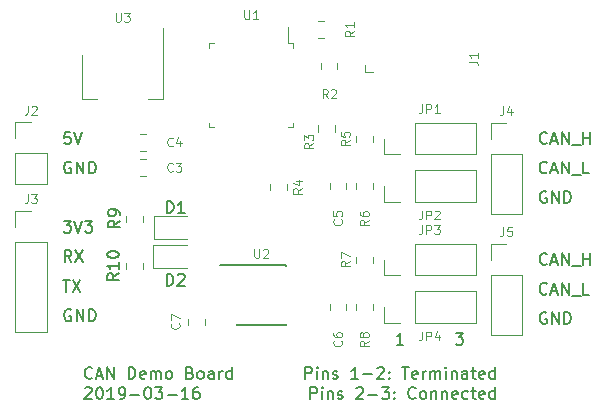
<source format=gto>
G04 #@! TF.GenerationSoftware,KiCad,Pcbnew,5.0.1+dfsg1-3*
G04 #@! TF.CreationDate,2019-03-17T20:51:19-04:00*
G04 #@! TF.ProjectId,controller,636F6E74726F6C6C65722E6B69636164,rev?*
G04 #@! TF.SameCoordinates,Original*
G04 #@! TF.FileFunction,Legend,Top*
G04 #@! TF.FilePolarity,Positive*
%FSLAX46Y46*%
G04 Gerber Fmt 4.6, Leading zero omitted, Abs format (unit mm)*
G04 Created by KiCad (PCBNEW 5.0.1+dfsg1-3) date Sun 17 Mar 2019 08:51:19 PM EDT*
%MOMM*%
%LPD*%
G01*
G04 APERTURE LIST*
%ADD10C,0.200000*%
%ADD11C,0.120000*%
%ADD12C,0.150000*%
%ADD13C,0.100000*%
G04 APERTURE END LIST*
D10*
X93439523Y-121507142D02*
X93391904Y-121554761D01*
X93249047Y-121602380D01*
X93153809Y-121602380D01*
X93010952Y-121554761D01*
X92915714Y-121459523D01*
X92868095Y-121364285D01*
X92820476Y-121173809D01*
X92820476Y-121030952D01*
X92868095Y-120840476D01*
X92915714Y-120745238D01*
X93010952Y-120650000D01*
X93153809Y-120602380D01*
X93249047Y-120602380D01*
X93391904Y-120650000D01*
X93439523Y-120697619D01*
X93820476Y-121316666D02*
X94296666Y-121316666D01*
X93725238Y-121602380D02*
X94058571Y-120602380D01*
X94391904Y-121602380D01*
X94725238Y-121602380D02*
X94725238Y-120602380D01*
X95296666Y-121602380D01*
X95296666Y-120602380D01*
X96534761Y-121602380D02*
X96534761Y-120602380D01*
X96772857Y-120602380D01*
X96915714Y-120650000D01*
X97010952Y-120745238D01*
X97058571Y-120840476D01*
X97106190Y-121030952D01*
X97106190Y-121173809D01*
X97058571Y-121364285D01*
X97010952Y-121459523D01*
X96915714Y-121554761D01*
X96772857Y-121602380D01*
X96534761Y-121602380D01*
X97915714Y-121554761D02*
X97820476Y-121602380D01*
X97630000Y-121602380D01*
X97534761Y-121554761D01*
X97487142Y-121459523D01*
X97487142Y-121078571D01*
X97534761Y-120983333D01*
X97630000Y-120935714D01*
X97820476Y-120935714D01*
X97915714Y-120983333D01*
X97963333Y-121078571D01*
X97963333Y-121173809D01*
X97487142Y-121269047D01*
X98391904Y-121602380D02*
X98391904Y-120935714D01*
X98391904Y-121030952D02*
X98439523Y-120983333D01*
X98534761Y-120935714D01*
X98677619Y-120935714D01*
X98772857Y-120983333D01*
X98820476Y-121078571D01*
X98820476Y-121602380D01*
X98820476Y-121078571D02*
X98868095Y-120983333D01*
X98963333Y-120935714D01*
X99106190Y-120935714D01*
X99201428Y-120983333D01*
X99249047Y-121078571D01*
X99249047Y-121602380D01*
X99868095Y-121602380D02*
X99772857Y-121554761D01*
X99725238Y-121507142D01*
X99677619Y-121411904D01*
X99677619Y-121126190D01*
X99725238Y-121030952D01*
X99772857Y-120983333D01*
X99868095Y-120935714D01*
X100010952Y-120935714D01*
X100106190Y-120983333D01*
X100153809Y-121030952D01*
X100201428Y-121126190D01*
X100201428Y-121411904D01*
X100153809Y-121507142D01*
X100106190Y-121554761D01*
X100010952Y-121602380D01*
X99868095Y-121602380D01*
X101725238Y-121078571D02*
X101868095Y-121126190D01*
X101915714Y-121173809D01*
X101963333Y-121269047D01*
X101963333Y-121411904D01*
X101915714Y-121507142D01*
X101868095Y-121554761D01*
X101772857Y-121602380D01*
X101391904Y-121602380D01*
X101391904Y-120602380D01*
X101725238Y-120602380D01*
X101820476Y-120650000D01*
X101868095Y-120697619D01*
X101915714Y-120792857D01*
X101915714Y-120888095D01*
X101868095Y-120983333D01*
X101820476Y-121030952D01*
X101725238Y-121078571D01*
X101391904Y-121078571D01*
X102534761Y-121602380D02*
X102439523Y-121554761D01*
X102391904Y-121507142D01*
X102344285Y-121411904D01*
X102344285Y-121126190D01*
X102391904Y-121030952D01*
X102439523Y-120983333D01*
X102534761Y-120935714D01*
X102677619Y-120935714D01*
X102772857Y-120983333D01*
X102820476Y-121030952D01*
X102868095Y-121126190D01*
X102868095Y-121411904D01*
X102820476Y-121507142D01*
X102772857Y-121554761D01*
X102677619Y-121602380D01*
X102534761Y-121602380D01*
X103725238Y-121602380D02*
X103725238Y-121078571D01*
X103677619Y-120983333D01*
X103582380Y-120935714D01*
X103391904Y-120935714D01*
X103296666Y-120983333D01*
X103725238Y-121554761D02*
X103630000Y-121602380D01*
X103391904Y-121602380D01*
X103296666Y-121554761D01*
X103249047Y-121459523D01*
X103249047Y-121364285D01*
X103296666Y-121269047D01*
X103391904Y-121221428D01*
X103630000Y-121221428D01*
X103725238Y-121173809D01*
X104201428Y-121602380D02*
X104201428Y-120935714D01*
X104201428Y-121126190D02*
X104249047Y-121030952D01*
X104296666Y-120983333D01*
X104391904Y-120935714D01*
X104487142Y-120935714D01*
X105249047Y-121602380D02*
X105249047Y-120602380D01*
X105249047Y-121554761D02*
X105153809Y-121602380D01*
X104963333Y-121602380D01*
X104868095Y-121554761D01*
X104820476Y-121507142D01*
X104772857Y-121411904D01*
X104772857Y-121126190D01*
X104820476Y-121030952D01*
X104868095Y-120983333D01*
X104963333Y-120935714D01*
X105153809Y-120935714D01*
X105249047Y-120983333D01*
X92820476Y-122397619D02*
X92868095Y-122350000D01*
X92963333Y-122302380D01*
X93201428Y-122302380D01*
X93296666Y-122350000D01*
X93344285Y-122397619D01*
X93391904Y-122492857D01*
X93391904Y-122588095D01*
X93344285Y-122730952D01*
X92772857Y-123302380D01*
X93391904Y-123302380D01*
X94010952Y-122302380D02*
X94106190Y-122302380D01*
X94201428Y-122350000D01*
X94249047Y-122397619D01*
X94296666Y-122492857D01*
X94344285Y-122683333D01*
X94344285Y-122921428D01*
X94296666Y-123111904D01*
X94249047Y-123207142D01*
X94201428Y-123254761D01*
X94106190Y-123302380D01*
X94010952Y-123302380D01*
X93915714Y-123254761D01*
X93868095Y-123207142D01*
X93820476Y-123111904D01*
X93772857Y-122921428D01*
X93772857Y-122683333D01*
X93820476Y-122492857D01*
X93868095Y-122397619D01*
X93915714Y-122350000D01*
X94010952Y-122302380D01*
X95296666Y-123302380D02*
X94725238Y-123302380D01*
X95010952Y-123302380D02*
X95010952Y-122302380D01*
X94915714Y-122445238D01*
X94820476Y-122540476D01*
X94725238Y-122588095D01*
X95772857Y-123302380D02*
X95963333Y-123302380D01*
X96058571Y-123254761D01*
X96106190Y-123207142D01*
X96201428Y-123064285D01*
X96249047Y-122873809D01*
X96249047Y-122492857D01*
X96201428Y-122397619D01*
X96153809Y-122350000D01*
X96058571Y-122302380D01*
X95868095Y-122302380D01*
X95772857Y-122350000D01*
X95725238Y-122397619D01*
X95677619Y-122492857D01*
X95677619Y-122730952D01*
X95725238Y-122826190D01*
X95772857Y-122873809D01*
X95868095Y-122921428D01*
X96058571Y-122921428D01*
X96153809Y-122873809D01*
X96201428Y-122826190D01*
X96249047Y-122730952D01*
X96677619Y-122921428D02*
X97439523Y-122921428D01*
X98106190Y-122302380D02*
X98201428Y-122302380D01*
X98296666Y-122350000D01*
X98344285Y-122397619D01*
X98391904Y-122492857D01*
X98439523Y-122683333D01*
X98439523Y-122921428D01*
X98391904Y-123111904D01*
X98344285Y-123207142D01*
X98296666Y-123254761D01*
X98201428Y-123302380D01*
X98106190Y-123302380D01*
X98010952Y-123254761D01*
X97963333Y-123207142D01*
X97915714Y-123111904D01*
X97868095Y-122921428D01*
X97868095Y-122683333D01*
X97915714Y-122492857D01*
X97963333Y-122397619D01*
X98010952Y-122350000D01*
X98106190Y-122302380D01*
X98772857Y-122302380D02*
X99391904Y-122302380D01*
X99058571Y-122683333D01*
X99201428Y-122683333D01*
X99296666Y-122730952D01*
X99344285Y-122778571D01*
X99391904Y-122873809D01*
X99391904Y-123111904D01*
X99344285Y-123207142D01*
X99296666Y-123254761D01*
X99201428Y-123302380D01*
X98915714Y-123302380D01*
X98820476Y-123254761D01*
X98772857Y-123207142D01*
X99820476Y-122921428D02*
X100582380Y-122921428D01*
X101582380Y-123302380D02*
X101010952Y-123302380D01*
X101296666Y-123302380D02*
X101296666Y-122302380D01*
X101201428Y-122445238D01*
X101106190Y-122540476D01*
X101010952Y-122588095D01*
X102439523Y-122302380D02*
X102249047Y-122302380D01*
X102153809Y-122350000D01*
X102106190Y-122397619D01*
X102010952Y-122540476D01*
X101963333Y-122730952D01*
X101963333Y-123111904D01*
X102010952Y-123207142D01*
X102058571Y-123254761D01*
X102153809Y-123302380D01*
X102344285Y-123302380D01*
X102439523Y-123254761D01*
X102487142Y-123207142D01*
X102534761Y-123111904D01*
X102534761Y-122873809D01*
X102487142Y-122778571D01*
X102439523Y-122730952D01*
X102344285Y-122683333D01*
X102153809Y-122683333D01*
X102058571Y-122730952D01*
X102010952Y-122778571D01*
X101963333Y-122873809D01*
X124216666Y-117702380D02*
X124835714Y-117702380D01*
X124502380Y-118083333D01*
X124645238Y-118083333D01*
X124740476Y-118130952D01*
X124788095Y-118178571D01*
X124835714Y-118273809D01*
X124835714Y-118511904D01*
X124788095Y-118607142D01*
X124740476Y-118654761D01*
X124645238Y-118702380D01*
X124359523Y-118702380D01*
X124264285Y-118654761D01*
X124216666Y-118607142D01*
X119785714Y-118702380D02*
X119214285Y-118702380D01*
X119500000Y-118702380D02*
X119500000Y-117702380D01*
X119404761Y-117845238D01*
X119309523Y-117940476D01*
X119214285Y-117988095D01*
X111484285Y-121602380D02*
X111484285Y-120602380D01*
X111865238Y-120602380D01*
X111960476Y-120650000D01*
X112008095Y-120697619D01*
X112055714Y-120792857D01*
X112055714Y-120935714D01*
X112008095Y-121030952D01*
X111960476Y-121078571D01*
X111865238Y-121126190D01*
X111484285Y-121126190D01*
X112484285Y-121602380D02*
X112484285Y-120935714D01*
X112484285Y-120602380D02*
X112436666Y-120650000D01*
X112484285Y-120697619D01*
X112531904Y-120650000D01*
X112484285Y-120602380D01*
X112484285Y-120697619D01*
X112960476Y-120935714D02*
X112960476Y-121602380D01*
X112960476Y-121030952D02*
X113008095Y-120983333D01*
X113103333Y-120935714D01*
X113246190Y-120935714D01*
X113341428Y-120983333D01*
X113389047Y-121078571D01*
X113389047Y-121602380D01*
X113817619Y-121554761D02*
X113912857Y-121602380D01*
X114103333Y-121602380D01*
X114198571Y-121554761D01*
X114246190Y-121459523D01*
X114246190Y-121411904D01*
X114198571Y-121316666D01*
X114103333Y-121269047D01*
X113960476Y-121269047D01*
X113865238Y-121221428D01*
X113817619Y-121126190D01*
X113817619Y-121078571D01*
X113865238Y-120983333D01*
X113960476Y-120935714D01*
X114103333Y-120935714D01*
X114198571Y-120983333D01*
X115960476Y-121602380D02*
X115389047Y-121602380D01*
X115674761Y-121602380D02*
X115674761Y-120602380D01*
X115579523Y-120745238D01*
X115484285Y-120840476D01*
X115389047Y-120888095D01*
X116389047Y-121221428D02*
X117150952Y-121221428D01*
X117579523Y-120697619D02*
X117627142Y-120650000D01*
X117722380Y-120602380D01*
X117960476Y-120602380D01*
X118055714Y-120650000D01*
X118103333Y-120697619D01*
X118150952Y-120792857D01*
X118150952Y-120888095D01*
X118103333Y-121030952D01*
X117531904Y-121602380D01*
X118150952Y-121602380D01*
X118579523Y-121507142D02*
X118627142Y-121554761D01*
X118579523Y-121602380D01*
X118531904Y-121554761D01*
X118579523Y-121507142D01*
X118579523Y-121602380D01*
X118579523Y-120983333D02*
X118627142Y-121030952D01*
X118579523Y-121078571D01*
X118531904Y-121030952D01*
X118579523Y-120983333D01*
X118579523Y-121078571D01*
X119674761Y-120602380D02*
X120246190Y-120602380D01*
X119960476Y-121602380D02*
X119960476Y-120602380D01*
X120960476Y-121554761D02*
X120865238Y-121602380D01*
X120674761Y-121602380D01*
X120579523Y-121554761D01*
X120531904Y-121459523D01*
X120531904Y-121078571D01*
X120579523Y-120983333D01*
X120674761Y-120935714D01*
X120865238Y-120935714D01*
X120960476Y-120983333D01*
X121008095Y-121078571D01*
X121008095Y-121173809D01*
X120531904Y-121269047D01*
X121436666Y-121602380D02*
X121436666Y-120935714D01*
X121436666Y-121126190D02*
X121484285Y-121030952D01*
X121531904Y-120983333D01*
X121627142Y-120935714D01*
X121722380Y-120935714D01*
X122055714Y-121602380D02*
X122055714Y-120935714D01*
X122055714Y-121030952D02*
X122103333Y-120983333D01*
X122198571Y-120935714D01*
X122341428Y-120935714D01*
X122436666Y-120983333D01*
X122484285Y-121078571D01*
X122484285Y-121602380D01*
X122484285Y-121078571D02*
X122531904Y-120983333D01*
X122627142Y-120935714D01*
X122770000Y-120935714D01*
X122865238Y-120983333D01*
X122912857Y-121078571D01*
X122912857Y-121602380D01*
X123389047Y-121602380D02*
X123389047Y-120935714D01*
X123389047Y-120602380D02*
X123341428Y-120650000D01*
X123389047Y-120697619D01*
X123436666Y-120650000D01*
X123389047Y-120602380D01*
X123389047Y-120697619D01*
X123865238Y-120935714D02*
X123865238Y-121602380D01*
X123865238Y-121030952D02*
X123912857Y-120983333D01*
X124008095Y-120935714D01*
X124150952Y-120935714D01*
X124246190Y-120983333D01*
X124293809Y-121078571D01*
X124293809Y-121602380D01*
X125198571Y-121602380D02*
X125198571Y-121078571D01*
X125150952Y-120983333D01*
X125055714Y-120935714D01*
X124865238Y-120935714D01*
X124770000Y-120983333D01*
X125198571Y-121554761D02*
X125103333Y-121602380D01*
X124865238Y-121602380D01*
X124770000Y-121554761D01*
X124722380Y-121459523D01*
X124722380Y-121364285D01*
X124770000Y-121269047D01*
X124865238Y-121221428D01*
X125103333Y-121221428D01*
X125198571Y-121173809D01*
X125531904Y-120935714D02*
X125912857Y-120935714D01*
X125674761Y-120602380D02*
X125674761Y-121459523D01*
X125722380Y-121554761D01*
X125817619Y-121602380D01*
X125912857Y-121602380D01*
X126627142Y-121554761D02*
X126531904Y-121602380D01*
X126341428Y-121602380D01*
X126246190Y-121554761D01*
X126198571Y-121459523D01*
X126198571Y-121078571D01*
X126246190Y-120983333D01*
X126341428Y-120935714D01*
X126531904Y-120935714D01*
X126627142Y-120983333D01*
X126674761Y-121078571D01*
X126674761Y-121173809D01*
X126198571Y-121269047D01*
X127531904Y-121602380D02*
X127531904Y-120602380D01*
X127531904Y-121554761D02*
X127436666Y-121602380D01*
X127246190Y-121602380D01*
X127150952Y-121554761D01*
X127103333Y-121507142D01*
X127055714Y-121411904D01*
X127055714Y-121126190D01*
X127103333Y-121030952D01*
X127150952Y-120983333D01*
X127246190Y-120935714D01*
X127436666Y-120935714D01*
X127531904Y-120983333D01*
X111912857Y-123302380D02*
X111912857Y-122302380D01*
X112293809Y-122302380D01*
X112389047Y-122350000D01*
X112436666Y-122397619D01*
X112484285Y-122492857D01*
X112484285Y-122635714D01*
X112436666Y-122730952D01*
X112389047Y-122778571D01*
X112293809Y-122826190D01*
X111912857Y-122826190D01*
X112912857Y-123302380D02*
X112912857Y-122635714D01*
X112912857Y-122302380D02*
X112865238Y-122350000D01*
X112912857Y-122397619D01*
X112960476Y-122350000D01*
X112912857Y-122302380D01*
X112912857Y-122397619D01*
X113389047Y-122635714D02*
X113389047Y-123302380D01*
X113389047Y-122730952D02*
X113436666Y-122683333D01*
X113531904Y-122635714D01*
X113674761Y-122635714D01*
X113770000Y-122683333D01*
X113817619Y-122778571D01*
X113817619Y-123302380D01*
X114246190Y-123254761D02*
X114341428Y-123302380D01*
X114531904Y-123302380D01*
X114627142Y-123254761D01*
X114674761Y-123159523D01*
X114674761Y-123111904D01*
X114627142Y-123016666D01*
X114531904Y-122969047D01*
X114389047Y-122969047D01*
X114293809Y-122921428D01*
X114246190Y-122826190D01*
X114246190Y-122778571D01*
X114293809Y-122683333D01*
X114389047Y-122635714D01*
X114531904Y-122635714D01*
X114627142Y-122683333D01*
X115817619Y-122397619D02*
X115865238Y-122350000D01*
X115960476Y-122302380D01*
X116198571Y-122302380D01*
X116293809Y-122350000D01*
X116341428Y-122397619D01*
X116389047Y-122492857D01*
X116389047Y-122588095D01*
X116341428Y-122730952D01*
X115770000Y-123302380D01*
X116389047Y-123302380D01*
X116817619Y-122921428D02*
X117579523Y-122921428D01*
X117960476Y-122302380D02*
X118579523Y-122302380D01*
X118246190Y-122683333D01*
X118389047Y-122683333D01*
X118484285Y-122730952D01*
X118531904Y-122778571D01*
X118579523Y-122873809D01*
X118579523Y-123111904D01*
X118531904Y-123207142D01*
X118484285Y-123254761D01*
X118389047Y-123302380D01*
X118103333Y-123302380D01*
X118008095Y-123254761D01*
X117960476Y-123207142D01*
X119008095Y-123207142D02*
X119055714Y-123254761D01*
X119008095Y-123302380D01*
X118960476Y-123254761D01*
X119008095Y-123207142D01*
X119008095Y-123302380D01*
X119008095Y-122683333D02*
X119055714Y-122730952D01*
X119008095Y-122778571D01*
X118960476Y-122730952D01*
X119008095Y-122683333D01*
X119008095Y-122778571D01*
X120817619Y-123207142D02*
X120770000Y-123254761D01*
X120627142Y-123302380D01*
X120531904Y-123302380D01*
X120389047Y-123254761D01*
X120293809Y-123159523D01*
X120246190Y-123064285D01*
X120198571Y-122873809D01*
X120198571Y-122730952D01*
X120246190Y-122540476D01*
X120293809Y-122445238D01*
X120389047Y-122350000D01*
X120531904Y-122302380D01*
X120627142Y-122302380D01*
X120770000Y-122350000D01*
X120817619Y-122397619D01*
X121389047Y-123302380D02*
X121293809Y-123254761D01*
X121246190Y-123207142D01*
X121198571Y-123111904D01*
X121198571Y-122826190D01*
X121246190Y-122730952D01*
X121293809Y-122683333D01*
X121389047Y-122635714D01*
X121531904Y-122635714D01*
X121627142Y-122683333D01*
X121674761Y-122730952D01*
X121722380Y-122826190D01*
X121722380Y-123111904D01*
X121674761Y-123207142D01*
X121627142Y-123254761D01*
X121531904Y-123302380D01*
X121389047Y-123302380D01*
X122150952Y-122635714D02*
X122150952Y-123302380D01*
X122150952Y-122730952D02*
X122198571Y-122683333D01*
X122293809Y-122635714D01*
X122436666Y-122635714D01*
X122531904Y-122683333D01*
X122579523Y-122778571D01*
X122579523Y-123302380D01*
X123055714Y-122635714D02*
X123055714Y-123302380D01*
X123055714Y-122730952D02*
X123103333Y-122683333D01*
X123198571Y-122635714D01*
X123341428Y-122635714D01*
X123436666Y-122683333D01*
X123484285Y-122778571D01*
X123484285Y-123302380D01*
X124341428Y-123254761D02*
X124246190Y-123302380D01*
X124055714Y-123302380D01*
X123960476Y-123254761D01*
X123912857Y-123159523D01*
X123912857Y-122778571D01*
X123960476Y-122683333D01*
X124055714Y-122635714D01*
X124246190Y-122635714D01*
X124341428Y-122683333D01*
X124389047Y-122778571D01*
X124389047Y-122873809D01*
X123912857Y-122969047D01*
X125246190Y-123254761D02*
X125150952Y-123302380D01*
X124960476Y-123302380D01*
X124865238Y-123254761D01*
X124817619Y-123207142D01*
X124770000Y-123111904D01*
X124770000Y-122826190D01*
X124817619Y-122730952D01*
X124865238Y-122683333D01*
X124960476Y-122635714D01*
X125150952Y-122635714D01*
X125246190Y-122683333D01*
X125531904Y-122635714D02*
X125912857Y-122635714D01*
X125674761Y-122302380D02*
X125674761Y-123159523D01*
X125722380Y-123254761D01*
X125817619Y-123302380D01*
X125912857Y-123302380D01*
X126627142Y-123254761D02*
X126531904Y-123302380D01*
X126341428Y-123302380D01*
X126246190Y-123254761D01*
X126198571Y-123159523D01*
X126198571Y-122778571D01*
X126246190Y-122683333D01*
X126341428Y-122635714D01*
X126531904Y-122635714D01*
X126627142Y-122683333D01*
X126674761Y-122778571D01*
X126674761Y-122873809D01*
X126198571Y-122969047D01*
X127531904Y-123302380D02*
X127531904Y-122302380D01*
X127531904Y-123254761D02*
X127436666Y-123302380D01*
X127246190Y-123302380D01*
X127150952Y-123254761D01*
X127103333Y-123207142D01*
X127055714Y-123111904D01*
X127055714Y-122826190D01*
X127103333Y-122730952D01*
X127150952Y-122683333D01*
X127246190Y-122635714D01*
X127436666Y-122635714D01*
X127531904Y-122683333D01*
X131939523Y-101607142D02*
X131891904Y-101654761D01*
X131749047Y-101702380D01*
X131653809Y-101702380D01*
X131510952Y-101654761D01*
X131415714Y-101559523D01*
X131368095Y-101464285D01*
X131320476Y-101273809D01*
X131320476Y-101130952D01*
X131368095Y-100940476D01*
X131415714Y-100845238D01*
X131510952Y-100750000D01*
X131653809Y-100702380D01*
X131749047Y-100702380D01*
X131891904Y-100750000D01*
X131939523Y-100797619D01*
X132320476Y-101416666D02*
X132796666Y-101416666D01*
X132225238Y-101702380D02*
X132558571Y-100702380D01*
X132891904Y-101702380D01*
X133225238Y-101702380D02*
X133225238Y-100702380D01*
X133796666Y-101702380D01*
X133796666Y-100702380D01*
X134034761Y-101797619D02*
X134796666Y-101797619D01*
X135034761Y-101702380D02*
X135034761Y-100702380D01*
X135034761Y-101178571D02*
X135606190Y-101178571D01*
X135606190Y-101702380D02*
X135606190Y-100702380D01*
X131891904Y-105750000D02*
X131796666Y-105702380D01*
X131653809Y-105702380D01*
X131510952Y-105750000D01*
X131415714Y-105845238D01*
X131368095Y-105940476D01*
X131320476Y-106130952D01*
X131320476Y-106273809D01*
X131368095Y-106464285D01*
X131415714Y-106559523D01*
X131510952Y-106654761D01*
X131653809Y-106702380D01*
X131749047Y-106702380D01*
X131891904Y-106654761D01*
X131939523Y-106607142D01*
X131939523Y-106273809D01*
X131749047Y-106273809D01*
X132368095Y-106702380D02*
X132368095Y-105702380D01*
X132939523Y-106702380D01*
X132939523Y-105702380D01*
X133415714Y-106702380D02*
X133415714Y-105702380D01*
X133653809Y-105702380D01*
X133796666Y-105750000D01*
X133891904Y-105845238D01*
X133939523Y-105940476D01*
X133987142Y-106130952D01*
X133987142Y-106273809D01*
X133939523Y-106464285D01*
X133891904Y-106559523D01*
X133796666Y-106654761D01*
X133653809Y-106702380D01*
X133415714Y-106702380D01*
X131939523Y-104107142D02*
X131891904Y-104154761D01*
X131749047Y-104202380D01*
X131653809Y-104202380D01*
X131510952Y-104154761D01*
X131415714Y-104059523D01*
X131368095Y-103964285D01*
X131320476Y-103773809D01*
X131320476Y-103630952D01*
X131368095Y-103440476D01*
X131415714Y-103345238D01*
X131510952Y-103250000D01*
X131653809Y-103202380D01*
X131749047Y-103202380D01*
X131891904Y-103250000D01*
X131939523Y-103297619D01*
X132320476Y-103916666D02*
X132796666Y-103916666D01*
X132225238Y-104202380D02*
X132558571Y-103202380D01*
X132891904Y-104202380D01*
X133225238Y-104202380D02*
X133225238Y-103202380D01*
X133796666Y-104202380D01*
X133796666Y-103202380D01*
X134034761Y-104297619D02*
X134796666Y-104297619D01*
X135510952Y-104202380D02*
X135034761Y-104202380D01*
X135034761Y-103202380D01*
X131891904Y-116000000D02*
X131796666Y-115952380D01*
X131653809Y-115952380D01*
X131510952Y-116000000D01*
X131415714Y-116095238D01*
X131368095Y-116190476D01*
X131320476Y-116380952D01*
X131320476Y-116523809D01*
X131368095Y-116714285D01*
X131415714Y-116809523D01*
X131510952Y-116904761D01*
X131653809Y-116952380D01*
X131749047Y-116952380D01*
X131891904Y-116904761D01*
X131939523Y-116857142D01*
X131939523Y-116523809D01*
X131749047Y-116523809D01*
X132368095Y-116952380D02*
X132368095Y-115952380D01*
X132939523Y-116952380D01*
X132939523Y-115952380D01*
X133415714Y-116952380D02*
X133415714Y-115952380D01*
X133653809Y-115952380D01*
X133796666Y-116000000D01*
X133891904Y-116095238D01*
X133939523Y-116190476D01*
X133987142Y-116380952D01*
X133987142Y-116523809D01*
X133939523Y-116714285D01*
X133891904Y-116809523D01*
X133796666Y-116904761D01*
X133653809Y-116952380D01*
X133415714Y-116952380D01*
X131939523Y-114357142D02*
X131891904Y-114404761D01*
X131749047Y-114452380D01*
X131653809Y-114452380D01*
X131510952Y-114404761D01*
X131415714Y-114309523D01*
X131368095Y-114214285D01*
X131320476Y-114023809D01*
X131320476Y-113880952D01*
X131368095Y-113690476D01*
X131415714Y-113595238D01*
X131510952Y-113500000D01*
X131653809Y-113452380D01*
X131749047Y-113452380D01*
X131891904Y-113500000D01*
X131939523Y-113547619D01*
X132320476Y-114166666D02*
X132796666Y-114166666D01*
X132225238Y-114452380D02*
X132558571Y-113452380D01*
X132891904Y-114452380D01*
X133225238Y-114452380D02*
X133225238Y-113452380D01*
X133796666Y-114452380D01*
X133796666Y-113452380D01*
X134034761Y-114547619D02*
X134796666Y-114547619D01*
X135510952Y-114452380D02*
X135034761Y-114452380D01*
X135034761Y-113452380D01*
X131939523Y-111857142D02*
X131891904Y-111904761D01*
X131749047Y-111952380D01*
X131653809Y-111952380D01*
X131510952Y-111904761D01*
X131415714Y-111809523D01*
X131368095Y-111714285D01*
X131320476Y-111523809D01*
X131320476Y-111380952D01*
X131368095Y-111190476D01*
X131415714Y-111095238D01*
X131510952Y-111000000D01*
X131653809Y-110952380D01*
X131749047Y-110952380D01*
X131891904Y-111000000D01*
X131939523Y-111047619D01*
X132320476Y-111666666D02*
X132796666Y-111666666D01*
X132225238Y-111952380D02*
X132558571Y-110952380D01*
X132891904Y-111952380D01*
X133225238Y-111952380D02*
X133225238Y-110952380D01*
X133796666Y-111952380D01*
X133796666Y-110952380D01*
X134034761Y-112047619D02*
X134796666Y-112047619D01*
X135034761Y-111952380D02*
X135034761Y-110952380D01*
X135034761Y-111428571D02*
X135606190Y-111428571D01*
X135606190Y-111952380D02*
X135606190Y-110952380D01*
X91641904Y-103250000D02*
X91546666Y-103202380D01*
X91403809Y-103202380D01*
X91260952Y-103250000D01*
X91165714Y-103345238D01*
X91118095Y-103440476D01*
X91070476Y-103630952D01*
X91070476Y-103773809D01*
X91118095Y-103964285D01*
X91165714Y-104059523D01*
X91260952Y-104154761D01*
X91403809Y-104202380D01*
X91499047Y-104202380D01*
X91641904Y-104154761D01*
X91689523Y-104107142D01*
X91689523Y-103773809D01*
X91499047Y-103773809D01*
X92118095Y-104202380D02*
X92118095Y-103202380D01*
X92689523Y-104202380D01*
X92689523Y-103202380D01*
X93165714Y-104202380D02*
X93165714Y-103202380D01*
X93403809Y-103202380D01*
X93546666Y-103250000D01*
X93641904Y-103345238D01*
X93689523Y-103440476D01*
X93737142Y-103630952D01*
X93737142Y-103773809D01*
X93689523Y-103964285D01*
X93641904Y-104059523D01*
X93546666Y-104154761D01*
X93403809Y-104202380D01*
X93165714Y-104202380D01*
X91594285Y-100702380D02*
X91118095Y-100702380D01*
X91070476Y-101178571D01*
X91118095Y-101130952D01*
X91213333Y-101083333D01*
X91451428Y-101083333D01*
X91546666Y-101130952D01*
X91594285Y-101178571D01*
X91641904Y-101273809D01*
X91641904Y-101511904D01*
X91594285Y-101607142D01*
X91546666Y-101654761D01*
X91451428Y-101702380D01*
X91213333Y-101702380D01*
X91118095Y-101654761D01*
X91070476Y-101607142D01*
X91927619Y-100702380D02*
X92260952Y-101702380D01*
X92594285Y-100702380D01*
X91022857Y-108202380D02*
X91641904Y-108202380D01*
X91308571Y-108583333D01*
X91451428Y-108583333D01*
X91546666Y-108630952D01*
X91594285Y-108678571D01*
X91641904Y-108773809D01*
X91641904Y-109011904D01*
X91594285Y-109107142D01*
X91546666Y-109154761D01*
X91451428Y-109202380D01*
X91165714Y-109202380D01*
X91070476Y-109154761D01*
X91022857Y-109107142D01*
X91927619Y-108202380D02*
X92260952Y-109202380D01*
X92594285Y-108202380D01*
X92832380Y-108202380D02*
X93451428Y-108202380D01*
X93118095Y-108583333D01*
X93260952Y-108583333D01*
X93356190Y-108630952D01*
X93403809Y-108678571D01*
X93451428Y-108773809D01*
X93451428Y-109011904D01*
X93403809Y-109107142D01*
X93356190Y-109154761D01*
X93260952Y-109202380D01*
X92975238Y-109202380D01*
X92880000Y-109154761D01*
X92832380Y-109107142D01*
X91689523Y-111702380D02*
X91356190Y-111226190D01*
X91118095Y-111702380D02*
X91118095Y-110702380D01*
X91499047Y-110702380D01*
X91594285Y-110750000D01*
X91641904Y-110797619D01*
X91689523Y-110892857D01*
X91689523Y-111035714D01*
X91641904Y-111130952D01*
X91594285Y-111178571D01*
X91499047Y-111226190D01*
X91118095Y-111226190D01*
X92022857Y-110702380D02*
X92689523Y-111702380D01*
X92689523Y-110702380D02*
X92022857Y-111702380D01*
X90975238Y-113202380D02*
X91546666Y-113202380D01*
X91260952Y-114202380D02*
X91260952Y-113202380D01*
X91784761Y-113202380D02*
X92451428Y-114202380D01*
X92451428Y-113202380D02*
X91784761Y-114202380D01*
X91641904Y-115750000D02*
X91546666Y-115702380D01*
X91403809Y-115702380D01*
X91260952Y-115750000D01*
X91165714Y-115845238D01*
X91118095Y-115940476D01*
X91070476Y-116130952D01*
X91070476Y-116273809D01*
X91118095Y-116464285D01*
X91165714Y-116559523D01*
X91260952Y-116654761D01*
X91403809Y-116702380D01*
X91499047Y-116702380D01*
X91641904Y-116654761D01*
X91689523Y-116607142D01*
X91689523Y-116273809D01*
X91499047Y-116273809D01*
X92118095Y-116702380D02*
X92118095Y-115702380D01*
X92689523Y-116702380D01*
X92689523Y-115702380D01*
X93165714Y-116702380D02*
X93165714Y-115702380D01*
X93403809Y-115702380D01*
X93546666Y-115750000D01*
X93641904Y-115845238D01*
X93689523Y-115940476D01*
X93737142Y-116130952D01*
X93737142Y-116273809D01*
X93689523Y-116464285D01*
X93641904Y-116559523D01*
X93546666Y-116654761D01*
X93403809Y-116702380D01*
X93165714Y-116702380D01*
D11*
G04 #@! TO.C,D1*
X98640000Y-109710000D02*
X101500000Y-109710000D01*
X98640000Y-107790000D02*
X98640000Y-109710000D01*
X101500000Y-107790000D02*
X98640000Y-107790000D01*
G04 #@! TO.C,D2*
X101475000Y-110290000D02*
X98615000Y-110290000D01*
X98615000Y-110290000D02*
X98615000Y-112210000D01*
X98615000Y-112210000D02*
X101475000Y-112210000D01*
G04 #@! TO.C,R10*
X96290000Y-111763748D02*
X96290000Y-112286252D01*
X97710000Y-111763748D02*
X97710000Y-112286252D01*
G04 #@! TO.C,R9*
X96290000Y-108286252D02*
X96290000Y-107763748D01*
X97710000Y-108286252D02*
X97710000Y-107763748D01*
G04 #@! TO.C,C7*
X102960000Y-116488748D02*
X102960000Y-117011252D01*
X101540000Y-116488748D02*
X101540000Y-117011252D01*
G04 #@! TO.C,J1*
X116565000Y-95654000D02*
X116565000Y-95019000D01*
X117200000Y-95654000D02*
X116565000Y-95654000D01*
G04 #@! TO.C,J5*
X127170000Y-110170000D02*
X128500000Y-110170000D01*
X127170000Y-111500000D02*
X127170000Y-110170000D01*
X127170000Y-112770000D02*
X129830000Y-112770000D01*
X129830000Y-112770000D02*
X129830000Y-117910000D01*
X127170000Y-112770000D02*
X127170000Y-117910000D01*
X127170000Y-117910000D02*
X129830000Y-117910000D01*
G04 #@! TO.C,J4*
X127170000Y-107660000D02*
X129830000Y-107660000D01*
X127170000Y-102520000D02*
X127170000Y-107660000D01*
X129830000Y-102520000D02*
X129830000Y-107660000D01*
X127170000Y-102520000D02*
X129830000Y-102520000D01*
X127170000Y-101250000D02*
X127170000Y-99920000D01*
X127170000Y-99920000D02*
X128500000Y-99920000D01*
G04 #@! TO.C,C5*
X114960000Y-104988748D02*
X114960000Y-105511252D01*
X113540000Y-104988748D02*
X113540000Y-105511252D01*
G04 #@! TO.C,JP1*
X125910000Y-102580000D02*
X125910000Y-99920000D01*
X120770000Y-102580000D02*
X125910000Y-102580000D01*
X120770000Y-99920000D02*
X125910000Y-99920000D01*
X120770000Y-102580000D02*
X120770000Y-99920000D01*
X119500000Y-102580000D02*
X118170000Y-102580000D01*
X118170000Y-102580000D02*
X118170000Y-101250000D01*
G04 #@! TO.C,JP2*
X118170000Y-106580000D02*
X118170000Y-105250000D01*
X119500000Y-106580000D02*
X118170000Y-106580000D01*
X120770000Y-106580000D02*
X120770000Y-103920000D01*
X120770000Y-103920000D02*
X125910000Y-103920000D01*
X120770000Y-106580000D02*
X125910000Y-106580000D01*
X125910000Y-106580000D02*
X125910000Y-103920000D01*
G04 #@! TO.C,R5*
X115790000Y-100988748D02*
X115790000Y-101511252D01*
X117210000Y-100988748D02*
X117210000Y-101511252D01*
G04 #@! TO.C,R6*
X117210000Y-104988748D02*
X117210000Y-105511252D01*
X115790000Y-104988748D02*
X115790000Y-105511252D01*
G04 #@! TO.C,C3*
X98011252Y-104410000D02*
X97488748Y-104410000D01*
X98011252Y-102990000D02*
X97488748Y-102990000D01*
G04 #@! TO.C,C4*
X98011252Y-100865000D02*
X97488748Y-100865000D01*
X98011252Y-102285000D02*
X97488748Y-102285000D01*
G04 #@! TO.C,C6*
X113540000Y-115238748D02*
X113540000Y-115761252D01*
X114960000Y-115238748D02*
X114960000Y-115761252D01*
G04 #@! TO.C,J2*
X86920000Y-105080000D02*
X89580000Y-105080000D01*
X86920000Y-102480000D02*
X86920000Y-105080000D01*
X89580000Y-102480000D02*
X89580000Y-105080000D01*
X86920000Y-102480000D02*
X89580000Y-102480000D01*
X86920000Y-101210000D02*
X86920000Y-99880000D01*
X86920000Y-99880000D02*
X88250000Y-99880000D01*
G04 #@! TO.C,JP3*
X118170000Y-112830000D02*
X118170000Y-111500000D01*
X119500000Y-112830000D02*
X118170000Y-112830000D01*
X120770000Y-112830000D02*
X120770000Y-110170000D01*
X120770000Y-110170000D02*
X125910000Y-110170000D01*
X120770000Y-112830000D02*
X125910000Y-112830000D01*
X125910000Y-112830000D02*
X125910000Y-110170000D01*
G04 #@! TO.C,JP4*
X125910000Y-116830000D02*
X125910000Y-114170000D01*
X120770000Y-116830000D02*
X125910000Y-116830000D01*
X120770000Y-114170000D02*
X125910000Y-114170000D01*
X120770000Y-116830000D02*
X120770000Y-114170000D01*
X119500000Y-116830000D02*
X118170000Y-116830000D01*
X118170000Y-116830000D02*
X118170000Y-115500000D01*
G04 #@! TO.C,J3*
X86920000Y-117660000D02*
X89580000Y-117660000D01*
X86920000Y-109980000D02*
X86920000Y-117660000D01*
X89580000Y-109980000D02*
X89580000Y-117660000D01*
X86920000Y-109980000D02*
X89580000Y-109980000D01*
X86920000Y-108710000D02*
X86920000Y-107380000D01*
X86920000Y-107380000D02*
X88250000Y-107380000D01*
G04 #@! TO.C,U1*
X110460000Y-100310000D02*
X110040000Y-100310000D01*
X103340000Y-100310000D02*
X103760000Y-100310000D01*
X103340000Y-93190000D02*
X103760000Y-93190000D01*
X110460000Y-93190000D02*
X110460000Y-93610000D01*
X103340000Y-100310000D02*
X103340000Y-99890000D01*
X110460000Y-100310000D02*
X110460000Y-99890000D01*
X110040000Y-93190000D02*
X110040000Y-91810000D01*
X110460000Y-93190000D02*
X110040000Y-93190000D01*
X103340000Y-93190000D02*
X103340000Y-93610000D01*
D12*
G04 #@! TO.C,U2*
X105675000Y-111925000D02*
X105675000Y-111975000D01*
X109825000Y-111925000D02*
X109825000Y-112070000D01*
X109825000Y-117075000D02*
X109825000Y-116930000D01*
X105675000Y-117075000D02*
X105675000Y-116930000D01*
X105675000Y-111925000D02*
X109825000Y-111925000D01*
X105675000Y-117075000D02*
X109825000Y-117075000D01*
X105675000Y-111975000D02*
X104275000Y-111975000D01*
D11*
G04 #@! TO.C,U3*
X92590000Y-97910000D02*
X93850000Y-97910000D01*
X99410000Y-97910000D02*
X98150000Y-97910000D01*
X92590000Y-94150000D02*
X92590000Y-97910000D01*
X99410000Y-91900000D02*
X99410000Y-97910000D01*
G04 #@! TO.C,R8*
X115790000Y-115238748D02*
X115790000Y-115761252D01*
X117210000Y-115238748D02*
X117210000Y-115761252D01*
G04 #@! TO.C,R1*
X112563748Y-91315000D02*
X113086252Y-91315000D01*
X112563748Y-92735000D02*
X113086252Y-92735000D01*
G04 #@! TO.C,R2*
X114210000Y-95386252D02*
X114210000Y-94863748D01*
X112790000Y-95386252D02*
X112790000Y-94863748D01*
G04 #@! TO.C,R3*
X114010000Y-100138748D02*
X114010000Y-100661252D01*
X112590000Y-100138748D02*
X112590000Y-100661252D01*
G04 #@! TO.C,R4*
X108490000Y-105088748D02*
X108490000Y-105611252D01*
X109910000Y-105088748D02*
X109910000Y-105611252D01*
G04 #@! TO.C,R7*
X117210000Y-111238748D02*
X117210000Y-111761252D01*
X115790000Y-111238748D02*
X115790000Y-111761252D01*
G04 #@! TO.C,D1*
D12*
X99761904Y-107552380D02*
X99761904Y-106552380D01*
X100000000Y-106552380D01*
X100142857Y-106600000D01*
X100238095Y-106695238D01*
X100285714Y-106790476D01*
X100333333Y-106980952D01*
X100333333Y-107123809D01*
X100285714Y-107314285D01*
X100238095Y-107409523D01*
X100142857Y-107504761D01*
X100000000Y-107552380D01*
X99761904Y-107552380D01*
X101285714Y-107552380D02*
X100714285Y-107552380D01*
X101000000Y-107552380D02*
X101000000Y-106552380D01*
X100904761Y-106695238D01*
X100809523Y-106790476D01*
X100714285Y-106838095D01*
G04 #@! TO.C,D2*
X99736904Y-113702380D02*
X99736904Y-112702380D01*
X99975000Y-112702380D01*
X100117857Y-112750000D01*
X100213095Y-112845238D01*
X100260714Y-112940476D01*
X100308333Y-113130952D01*
X100308333Y-113273809D01*
X100260714Y-113464285D01*
X100213095Y-113559523D01*
X100117857Y-113654761D01*
X99975000Y-113702380D01*
X99736904Y-113702380D01*
X100689285Y-112797619D02*
X100736904Y-112750000D01*
X100832142Y-112702380D01*
X101070238Y-112702380D01*
X101165476Y-112750000D01*
X101213095Y-112797619D01*
X101260714Y-112892857D01*
X101260714Y-112988095D01*
X101213095Y-113130952D01*
X100641666Y-113702380D01*
X101260714Y-113702380D01*
G04 #@! TO.C,R10*
X95702380Y-112667857D02*
X95226190Y-113001190D01*
X95702380Y-113239285D02*
X94702380Y-113239285D01*
X94702380Y-112858333D01*
X94750000Y-112763095D01*
X94797619Y-112715476D01*
X94892857Y-112667857D01*
X95035714Y-112667857D01*
X95130952Y-112715476D01*
X95178571Y-112763095D01*
X95226190Y-112858333D01*
X95226190Y-113239285D01*
X95702380Y-111715476D02*
X95702380Y-112286904D01*
X95702380Y-112001190D02*
X94702380Y-112001190D01*
X94845238Y-112096428D01*
X94940476Y-112191666D01*
X94988095Y-112286904D01*
X94702380Y-111096428D02*
X94702380Y-111001190D01*
X94750000Y-110905952D01*
X94797619Y-110858333D01*
X94892857Y-110810714D01*
X95083333Y-110763095D01*
X95321428Y-110763095D01*
X95511904Y-110810714D01*
X95607142Y-110858333D01*
X95654761Y-110905952D01*
X95702380Y-111001190D01*
X95702380Y-111096428D01*
X95654761Y-111191666D01*
X95607142Y-111239285D01*
X95511904Y-111286904D01*
X95321428Y-111334523D01*
X95083333Y-111334523D01*
X94892857Y-111286904D01*
X94797619Y-111239285D01*
X94750000Y-111191666D01*
X94702380Y-111096428D01*
G04 #@! TO.C,R9*
X95802380Y-108191666D02*
X95326190Y-108525000D01*
X95802380Y-108763095D02*
X94802380Y-108763095D01*
X94802380Y-108382142D01*
X94850000Y-108286904D01*
X94897619Y-108239285D01*
X94992857Y-108191666D01*
X95135714Y-108191666D01*
X95230952Y-108239285D01*
X95278571Y-108286904D01*
X95326190Y-108382142D01*
X95326190Y-108763095D01*
X95802380Y-107715476D02*
X95802380Y-107525000D01*
X95754761Y-107429761D01*
X95707142Y-107382142D01*
X95564285Y-107286904D01*
X95373809Y-107239285D01*
X94992857Y-107239285D01*
X94897619Y-107286904D01*
X94850000Y-107334523D01*
X94802380Y-107429761D01*
X94802380Y-107620238D01*
X94850000Y-107715476D01*
X94897619Y-107763095D01*
X94992857Y-107810714D01*
X95230952Y-107810714D01*
X95326190Y-107763095D01*
X95373809Y-107715476D01*
X95421428Y-107620238D01*
X95421428Y-107429761D01*
X95373809Y-107334523D01*
X95326190Y-107286904D01*
X95230952Y-107239285D01*
G04 #@! TO.C,C7*
D13*
X100767857Y-116875000D02*
X100803571Y-116910714D01*
X100839285Y-117017857D01*
X100839285Y-117089285D01*
X100803571Y-117196428D01*
X100732142Y-117267857D01*
X100660714Y-117303571D01*
X100517857Y-117339285D01*
X100410714Y-117339285D01*
X100267857Y-117303571D01*
X100196428Y-117267857D01*
X100125000Y-117196428D01*
X100089285Y-117089285D01*
X100089285Y-117017857D01*
X100125000Y-116910714D01*
X100160714Y-116875000D01*
X100089285Y-116625000D02*
X100089285Y-116125000D01*
X100839285Y-116446428D01*
G04 #@! TO.C,J1*
X125339285Y-94750000D02*
X125875000Y-94750000D01*
X125982142Y-94785714D01*
X126053571Y-94857142D01*
X126089285Y-94964285D01*
X126089285Y-95035714D01*
X126089285Y-94000000D02*
X126089285Y-94428571D01*
X126089285Y-94214285D02*
X125339285Y-94214285D01*
X125446428Y-94285714D01*
X125517857Y-94357142D01*
X125553571Y-94428571D01*
G04 #@! TO.C,J5*
X128250000Y-108759285D02*
X128250000Y-109295000D01*
X128214285Y-109402142D01*
X128142857Y-109473571D01*
X128035714Y-109509285D01*
X127964285Y-109509285D01*
X128964285Y-108759285D02*
X128607142Y-108759285D01*
X128571428Y-109116428D01*
X128607142Y-109080714D01*
X128678571Y-109045000D01*
X128857142Y-109045000D01*
X128928571Y-109080714D01*
X128964285Y-109116428D01*
X129000000Y-109187857D01*
X129000000Y-109366428D01*
X128964285Y-109437857D01*
X128928571Y-109473571D01*
X128857142Y-109509285D01*
X128678571Y-109509285D01*
X128607142Y-109473571D01*
X128571428Y-109437857D01*
G04 #@! TO.C,J4*
X128250000Y-98509285D02*
X128250000Y-99045000D01*
X128214285Y-99152142D01*
X128142857Y-99223571D01*
X128035714Y-99259285D01*
X127964285Y-99259285D01*
X128928571Y-98759285D02*
X128928571Y-99259285D01*
X128750000Y-98473571D02*
X128571428Y-99009285D01*
X129035714Y-99009285D01*
G04 #@! TO.C,C5*
X114517857Y-108100000D02*
X114553571Y-108135714D01*
X114589285Y-108242857D01*
X114589285Y-108314285D01*
X114553571Y-108421428D01*
X114482142Y-108492857D01*
X114410714Y-108528571D01*
X114267857Y-108564285D01*
X114160714Y-108564285D01*
X114017857Y-108528571D01*
X113946428Y-108492857D01*
X113875000Y-108421428D01*
X113839285Y-108314285D01*
X113839285Y-108242857D01*
X113875000Y-108135714D01*
X113910714Y-108100000D01*
X113839285Y-107421428D02*
X113839285Y-107778571D01*
X114196428Y-107814285D01*
X114160714Y-107778571D01*
X114125000Y-107707142D01*
X114125000Y-107528571D01*
X114160714Y-107457142D01*
X114196428Y-107421428D01*
X114267857Y-107385714D01*
X114446428Y-107385714D01*
X114517857Y-107421428D01*
X114553571Y-107457142D01*
X114589285Y-107528571D01*
X114589285Y-107707142D01*
X114553571Y-107778571D01*
X114517857Y-107814285D01*
G04 #@! TO.C,JP1*
X121375000Y-98339285D02*
X121375000Y-98875000D01*
X121339285Y-98982142D01*
X121267857Y-99053571D01*
X121160714Y-99089285D01*
X121089285Y-99089285D01*
X121732142Y-99089285D02*
X121732142Y-98339285D01*
X122017857Y-98339285D01*
X122089285Y-98375000D01*
X122125000Y-98410714D01*
X122160714Y-98482142D01*
X122160714Y-98589285D01*
X122125000Y-98660714D01*
X122089285Y-98696428D01*
X122017857Y-98732142D01*
X121732142Y-98732142D01*
X122875000Y-99089285D02*
X122446428Y-99089285D01*
X122660714Y-99089285D02*
X122660714Y-98339285D01*
X122589285Y-98446428D01*
X122517857Y-98517857D01*
X122446428Y-98553571D01*
G04 #@! TO.C,JP2*
X121375000Y-107339285D02*
X121375000Y-107875000D01*
X121339285Y-107982142D01*
X121267857Y-108053571D01*
X121160714Y-108089285D01*
X121089285Y-108089285D01*
X121732142Y-108089285D02*
X121732142Y-107339285D01*
X122017857Y-107339285D01*
X122089285Y-107375000D01*
X122125000Y-107410714D01*
X122160714Y-107482142D01*
X122160714Y-107589285D01*
X122125000Y-107660714D01*
X122089285Y-107696428D01*
X122017857Y-107732142D01*
X121732142Y-107732142D01*
X122446428Y-107410714D02*
X122482142Y-107375000D01*
X122553571Y-107339285D01*
X122732142Y-107339285D01*
X122803571Y-107375000D01*
X122839285Y-107410714D01*
X122875000Y-107482142D01*
X122875000Y-107553571D01*
X122839285Y-107660714D01*
X122410714Y-108089285D01*
X122875000Y-108089285D01*
G04 #@! TO.C,R5*
X115239285Y-101375000D02*
X114882142Y-101625000D01*
X115239285Y-101803571D02*
X114489285Y-101803571D01*
X114489285Y-101517857D01*
X114525000Y-101446428D01*
X114560714Y-101410714D01*
X114632142Y-101375000D01*
X114739285Y-101375000D01*
X114810714Y-101410714D01*
X114846428Y-101446428D01*
X114882142Y-101517857D01*
X114882142Y-101803571D01*
X114489285Y-100696428D02*
X114489285Y-101053571D01*
X114846428Y-101089285D01*
X114810714Y-101053571D01*
X114775000Y-100982142D01*
X114775000Y-100803571D01*
X114810714Y-100732142D01*
X114846428Y-100696428D01*
X114917857Y-100660714D01*
X115096428Y-100660714D01*
X115167857Y-100696428D01*
X115203571Y-100732142D01*
X115239285Y-100803571D01*
X115239285Y-100982142D01*
X115203571Y-101053571D01*
X115167857Y-101089285D01*
G04 #@! TO.C,R6*
X116839285Y-108125000D02*
X116482142Y-108375000D01*
X116839285Y-108553571D02*
X116089285Y-108553571D01*
X116089285Y-108267857D01*
X116125000Y-108196428D01*
X116160714Y-108160714D01*
X116232142Y-108125000D01*
X116339285Y-108125000D01*
X116410714Y-108160714D01*
X116446428Y-108196428D01*
X116482142Y-108267857D01*
X116482142Y-108553571D01*
X116089285Y-107482142D02*
X116089285Y-107625000D01*
X116125000Y-107696428D01*
X116160714Y-107732142D01*
X116267857Y-107803571D01*
X116410714Y-107839285D01*
X116696428Y-107839285D01*
X116767857Y-107803571D01*
X116803571Y-107767857D01*
X116839285Y-107696428D01*
X116839285Y-107553571D01*
X116803571Y-107482142D01*
X116767857Y-107446428D01*
X116696428Y-107410714D01*
X116517857Y-107410714D01*
X116446428Y-107446428D01*
X116410714Y-107482142D01*
X116375000Y-107553571D01*
X116375000Y-107696428D01*
X116410714Y-107767857D01*
X116446428Y-107803571D01*
X116517857Y-107839285D01*
G04 #@! TO.C,C3*
X100275000Y-103967857D02*
X100239285Y-104003571D01*
X100132142Y-104039285D01*
X100060714Y-104039285D01*
X99953571Y-104003571D01*
X99882142Y-103932142D01*
X99846428Y-103860714D01*
X99810714Y-103717857D01*
X99810714Y-103610714D01*
X99846428Y-103467857D01*
X99882142Y-103396428D01*
X99953571Y-103325000D01*
X100060714Y-103289285D01*
X100132142Y-103289285D01*
X100239285Y-103325000D01*
X100275000Y-103360714D01*
X100525000Y-103289285D02*
X100989285Y-103289285D01*
X100739285Y-103575000D01*
X100846428Y-103575000D01*
X100917857Y-103610714D01*
X100953571Y-103646428D01*
X100989285Y-103717857D01*
X100989285Y-103896428D01*
X100953571Y-103967857D01*
X100917857Y-104003571D01*
X100846428Y-104039285D01*
X100632142Y-104039285D01*
X100560714Y-104003571D01*
X100525000Y-103967857D01*
G04 #@! TO.C,C4*
X100275000Y-101842857D02*
X100239285Y-101878571D01*
X100132142Y-101914285D01*
X100060714Y-101914285D01*
X99953571Y-101878571D01*
X99882142Y-101807142D01*
X99846428Y-101735714D01*
X99810714Y-101592857D01*
X99810714Y-101485714D01*
X99846428Y-101342857D01*
X99882142Y-101271428D01*
X99953571Y-101200000D01*
X100060714Y-101164285D01*
X100132142Y-101164285D01*
X100239285Y-101200000D01*
X100275000Y-101235714D01*
X100917857Y-101414285D02*
X100917857Y-101914285D01*
X100739285Y-101128571D02*
X100560714Y-101664285D01*
X101025000Y-101664285D01*
G04 #@! TO.C,C6*
X114517857Y-118350000D02*
X114553571Y-118385714D01*
X114589285Y-118492857D01*
X114589285Y-118564285D01*
X114553571Y-118671428D01*
X114482142Y-118742857D01*
X114410714Y-118778571D01*
X114267857Y-118814285D01*
X114160714Y-118814285D01*
X114017857Y-118778571D01*
X113946428Y-118742857D01*
X113875000Y-118671428D01*
X113839285Y-118564285D01*
X113839285Y-118492857D01*
X113875000Y-118385714D01*
X113910714Y-118350000D01*
X113839285Y-117707142D02*
X113839285Y-117850000D01*
X113875000Y-117921428D01*
X113910714Y-117957142D01*
X114017857Y-118028571D01*
X114160714Y-118064285D01*
X114446428Y-118064285D01*
X114517857Y-118028571D01*
X114553571Y-117992857D01*
X114589285Y-117921428D01*
X114589285Y-117778571D01*
X114553571Y-117707142D01*
X114517857Y-117671428D01*
X114446428Y-117635714D01*
X114267857Y-117635714D01*
X114196428Y-117671428D01*
X114160714Y-117707142D01*
X114125000Y-117778571D01*
X114125000Y-117921428D01*
X114160714Y-117992857D01*
X114196428Y-118028571D01*
X114267857Y-118064285D01*
G04 #@! TO.C,J2*
X88000000Y-98469285D02*
X88000000Y-99005000D01*
X87964285Y-99112142D01*
X87892857Y-99183571D01*
X87785714Y-99219285D01*
X87714285Y-99219285D01*
X88321428Y-98540714D02*
X88357142Y-98505000D01*
X88428571Y-98469285D01*
X88607142Y-98469285D01*
X88678571Y-98505000D01*
X88714285Y-98540714D01*
X88750000Y-98612142D01*
X88750000Y-98683571D01*
X88714285Y-98790714D01*
X88285714Y-99219285D01*
X88750000Y-99219285D01*
G04 #@! TO.C,JP3*
X121375000Y-108589285D02*
X121375000Y-109125000D01*
X121339285Y-109232142D01*
X121267857Y-109303571D01*
X121160714Y-109339285D01*
X121089285Y-109339285D01*
X121732142Y-109339285D02*
X121732142Y-108589285D01*
X122017857Y-108589285D01*
X122089285Y-108625000D01*
X122125000Y-108660714D01*
X122160714Y-108732142D01*
X122160714Y-108839285D01*
X122125000Y-108910714D01*
X122089285Y-108946428D01*
X122017857Y-108982142D01*
X121732142Y-108982142D01*
X122410714Y-108589285D02*
X122875000Y-108589285D01*
X122625000Y-108875000D01*
X122732142Y-108875000D01*
X122803571Y-108910714D01*
X122839285Y-108946428D01*
X122875000Y-109017857D01*
X122875000Y-109196428D01*
X122839285Y-109267857D01*
X122803571Y-109303571D01*
X122732142Y-109339285D01*
X122517857Y-109339285D01*
X122446428Y-109303571D01*
X122410714Y-109267857D01*
G04 #@! TO.C,JP4*
X121375000Y-117589285D02*
X121375000Y-118125000D01*
X121339285Y-118232142D01*
X121267857Y-118303571D01*
X121160714Y-118339285D01*
X121089285Y-118339285D01*
X121732142Y-118339285D02*
X121732142Y-117589285D01*
X122017857Y-117589285D01*
X122089285Y-117625000D01*
X122125000Y-117660714D01*
X122160714Y-117732142D01*
X122160714Y-117839285D01*
X122125000Y-117910714D01*
X122089285Y-117946428D01*
X122017857Y-117982142D01*
X121732142Y-117982142D01*
X122803571Y-117839285D02*
X122803571Y-118339285D01*
X122625000Y-117553571D02*
X122446428Y-118089285D01*
X122910714Y-118089285D01*
G04 #@! TO.C,J3*
X88000000Y-105969285D02*
X88000000Y-106505000D01*
X87964285Y-106612142D01*
X87892857Y-106683571D01*
X87785714Y-106719285D01*
X87714285Y-106719285D01*
X88285714Y-105969285D02*
X88750000Y-105969285D01*
X88500000Y-106255000D01*
X88607142Y-106255000D01*
X88678571Y-106290714D01*
X88714285Y-106326428D01*
X88750000Y-106397857D01*
X88750000Y-106576428D01*
X88714285Y-106647857D01*
X88678571Y-106683571D01*
X88607142Y-106719285D01*
X88392857Y-106719285D01*
X88321428Y-106683571D01*
X88285714Y-106647857D01*
G04 #@! TO.C,U1*
X106328571Y-90389285D02*
X106328571Y-90996428D01*
X106364285Y-91067857D01*
X106400000Y-91103571D01*
X106471428Y-91139285D01*
X106614285Y-91139285D01*
X106685714Y-91103571D01*
X106721428Y-91067857D01*
X106757142Y-90996428D01*
X106757142Y-90389285D01*
X107507142Y-91139285D02*
X107078571Y-91139285D01*
X107292857Y-91139285D02*
X107292857Y-90389285D01*
X107221428Y-90496428D01*
X107150000Y-90567857D01*
X107078571Y-90603571D01*
G04 #@! TO.C,U2*
X107178571Y-110589285D02*
X107178571Y-111196428D01*
X107214285Y-111267857D01*
X107250000Y-111303571D01*
X107321428Y-111339285D01*
X107464285Y-111339285D01*
X107535714Y-111303571D01*
X107571428Y-111267857D01*
X107607142Y-111196428D01*
X107607142Y-110589285D01*
X107928571Y-110660714D02*
X107964285Y-110625000D01*
X108035714Y-110589285D01*
X108214285Y-110589285D01*
X108285714Y-110625000D01*
X108321428Y-110660714D01*
X108357142Y-110732142D01*
X108357142Y-110803571D01*
X108321428Y-110910714D01*
X107892857Y-111339285D01*
X108357142Y-111339285D01*
G04 #@! TO.C,U3*
X95428571Y-90589285D02*
X95428571Y-91196428D01*
X95464285Y-91267857D01*
X95500000Y-91303571D01*
X95571428Y-91339285D01*
X95714285Y-91339285D01*
X95785714Y-91303571D01*
X95821428Y-91267857D01*
X95857142Y-91196428D01*
X95857142Y-90589285D01*
X96142857Y-90589285D02*
X96607142Y-90589285D01*
X96357142Y-90875000D01*
X96464285Y-90875000D01*
X96535714Y-90910714D01*
X96571428Y-90946428D01*
X96607142Y-91017857D01*
X96607142Y-91196428D01*
X96571428Y-91267857D01*
X96535714Y-91303571D01*
X96464285Y-91339285D01*
X96250000Y-91339285D01*
X96178571Y-91303571D01*
X96142857Y-91267857D01*
G04 #@! TO.C,R8*
X116839285Y-118375000D02*
X116482142Y-118625000D01*
X116839285Y-118803571D02*
X116089285Y-118803571D01*
X116089285Y-118517857D01*
X116125000Y-118446428D01*
X116160714Y-118410714D01*
X116232142Y-118375000D01*
X116339285Y-118375000D01*
X116410714Y-118410714D01*
X116446428Y-118446428D01*
X116482142Y-118517857D01*
X116482142Y-118803571D01*
X116410714Y-117946428D02*
X116375000Y-118017857D01*
X116339285Y-118053571D01*
X116267857Y-118089285D01*
X116232142Y-118089285D01*
X116160714Y-118053571D01*
X116125000Y-118017857D01*
X116089285Y-117946428D01*
X116089285Y-117803571D01*
X116125000Y-117732142D01*
X116160714Y-117696428D01*
X116232142Y-117660714D01*
X116267857Y-117660714D01*
X116339285Y-117696428D01*
X116375000Y-117732142D01*
X116410714Y-117803571D01*
X116410714Y-117946428D01*
X116446428Y-118017857D01*
X116482142Y-118053571D01*
X116553571Y-118089285D01*
X116696428Y-118089285D01*
X116767857Y-118053571D01*
X116803571Y-118017857D01*
X116839285Y-117946428D01*
X116839285Y-117803571D01*
X116803571Y-117732142D01*
X116767857Y-117696428D01*
X116696428Y-117660714D01*
X116553571Y-117660714D01*
X116482142Y-117696428D01*
X116446428Y-117732142D01*
X116410714Y-117803571D01*
G04 #@! TO.C,R1*
X115589285Y-92125000D02*
X115232142Y-92375000D01*
X115589285Y-92553571D02*
X114839285Y-92553571D01*
X114839285Y-92267857D01*
X114875000Y-92196428D01*
X114910714Y-92160714D01*
X114982142Y-92125000D01*
X115089285Y-92125000D01*
X115160714Y-92160714D01*
X115196428Y-92196428D01*
X115232142Y-92267857D01*
X115232142Y-92553571D01*
X115589285Y-91410714D02*
X115589285Y-91839285D01*
X115589285Y-91625000D02*
X114839285Y-91625000D01*
X114946428Y-91696428D01*
X115017857Y-91767857D01*
X115053571Y-91839285D01*
G04 #@! TO.C,R2*
X113375000Y-97839285D02*
X113125000Y-97482142D01*
X112946428Y-97839285D02*
X112946428Y-97089285D01*
X113232142Y-97089285D01*
X113303571Y-97125000D01*
X113339285Y-97160714D01*
X113375000Y-97232142D01*
X113375000Y-97339285D01*
X113339285Y-97410714D01*
X113303571Y-97446428D01*
X113232142Y-97482142D01*
X112946428Y-97482142D01*
X113660714Y-97160714D02*
X113696428Y-97125000D01*
X113767857Y-97089285D01*
X113946428Y-97089285D01*
X114017857Y-97125000D01*
X114053571Y-97160714D01*
X114089285Y-97232142D01*
X114089285Y-97303571D01*
X114053571Y-97410714D01*
X113625000Y-97839285D01*
X114089285Y-97839285D01*
G04 #@! TO.C,R3*
X112139285Y-101625000D02*
X111782142Y-101875000D01*
X112139285Y-102053571D02*
X111389285Y-102053571D01*
X111389285Y-101767857D01*
X111425000Y-101696428D01*
X111460714Y-101660714D01*
X111532142Y-101625000D01*
X111639285Y-101625000D01*
X111710714Y-101660714D01*
X111746428Y-101696428D01*
X111782142Y-101767857D01*
X111782142Y-102053571D01*
X111389285Y-101375000D02*
X111389285Y-100910714D01*
X111675000Y-101160714D01*
X111675000Y-101053571D01*
X111710714Y-100982142D01*
X111746428Y-100946428D01*
X111817857Y-100910714D01*
X111996428Y-100910714D01*
X112067857Y-100946428D01*
X112103571Y-100982142D01*
X112139285Y-101053571D01*
X112139285Y-101267857D01*
X112103571Y-101339285D01*
X112067857Y-101375000D01*
G04 #@! TO.C,R4*
X111189285Y-105475000D02*
X110832142Y-105725000D01*
X111189285Y-105903571D02*
X110439285Y-105903571D01*
X110439285Y-105617857D01*
X110475000Y-105546428D01*
X110510714Y-105510714D01*
X110582142Y-105475000D01*
X110689285Y-105475000D01*
X110760714Y-105510714D01*
X110796428Y-105546428D01*
X110832142Y-105617857D01*
X110832142Y-105903571D01*
X110689285Y-104832142D02*
X111189285Y-104832142D01*
X110403571Y-105010714D02*
X110939285Y-105189285D01*
X110939285Y-104725000D01*
G04 #@! TO.C,R7*
X115239285Y-111625000D02*
X114882142Y-111875000D01*
X115239285Y-112053571D02*
X114489285Y-112053571D01*
X114489285Y-111767857D01*
X114525000Y-111696428D01*
X114560714Y-111660714D01*
X114632142Y-111625000D01*
X114739285Y-111625000D01*
X114810714Y-111660714D01*
X114846428Y-111696428D01*
X114882142Y-111767857D01*
X114882142Y-112053571D01*
X114489285Y-111375000D02*
X114489285Y-110875000D01*
X115239285Y-111196428D01*
G04 #@! TD*
M02*

</source>
